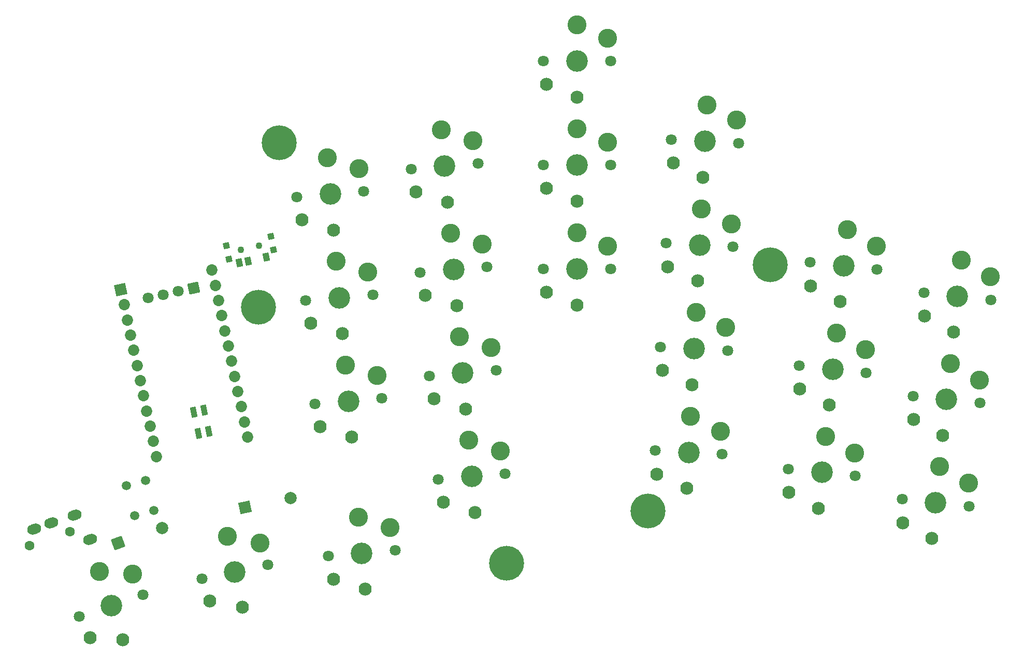
<source format=gbr>
%TF.GenerationSoftware,KiCad,Pcbnew,(6.0.7-1)-1*%
%TF.CreationDate,2022-09-15T11:19:35-04:00*%
%TF.ProjectId,skyline_pcb_right,736b796c-696e-4655-9f70-63625f726967,v1.0.0*%
%TF.SameCoordinates,Original*%
%TF.FileFunction,Soldermask,Top*%
%TF.FilePolarity,Negative*%
%FSLAX46Y46*%
G04 Gerber Fmt 4.6, Leading zero omitted, Abs format (unit mm)*
G04 Created by KiCad (PCBNEW (6.0.7-1)-1) date 2022-09-15 11:19:35*
%MOMM*%
%LPD*%
G01*
G04 APERTURE LIST*
G04 Aperture macros list*
%AMRoundRect*
0 Rectangle with rounded corners*
0 $1 Rounding radius*
0 $2 $3 $4 $5 $6 $7 $8 $9 X,Y pos of 4 corners*
0 Add a 4 corners polygon primitive as box body*
4,1,4,$2,$3,$4,$5,$6,$7,$8,$9,$2,$3,0*
0 Add four circle primitives for the rounded corners*
1,1,$1+$1,$2,$3*
1,1,$1+$1,$4,$5*
1,1,$1+$1,$6,$7*
1,1,$1+$1,$8,$9*
0 Add four rect primitives between the rounded corners*
20,1,$1+$1,$2,$3,$4,$5,0*
20,1,$1+$1,$4,$5,$6,$7,0*
20,1,$1+$1,$6,$7,$8,$9,0*
20,1,$1+$1,$8,$9,$2,$3,0*%
%AMHorizOval*
0 Thick line with rounded ends*
0 $1 width*
0 $2 $3 position (X,Y) of the first rounded end (center of the circle)*
0 $4 $5 position (X,Y) of the second rounded end (center of the circle)*
0 Add line between two ends*
20,1,$1,$2,$3,$4,$5,0*
0 Add two circle primitives to create the rounded ends*
1,1,$1,$2,$3*
1,1,$1,$4,$5*%
G04 Aperture macros list end*
%ADD10C,3.100000*%
%ADD11C,3.529000*%
%ADD12C,1.801800*%
%ADD13C,1.497000*%
%ADD14C,2.132000*%
%ADD15RoundRect,0.050000X-1.008150X0.654701X-0.654701X-1.008150X1.008150X-0.654701X0.654701X1.008150X0*%
%ADD16HorizOval,1.800000X0.000000X0.000000X0.000000X0.000000X0*%
%ADD17C,2.005000*%
%ADD18RoundRect,0.050000X-0.684740X-1.054407X1.054407X-0.684740X0.684740X1.054407X-1.054407X0.684740X0*%
%ADD19RoundRect,0.050000X-0.551136X-1.129996X1.129996X-0.551136X0.551136X1.129996X-1.129996X0.551136X0*%
%ADD20RoundRect,0.050000X0.582042X-0.694156X0.249383X0.870881X-0.582042X0.694156X-0.249383X-0.870881X0*%
%ADD21RoundRect,0.050000X-0.346606X-0.533727X0.533727X-0.346606X0.346606X0.533727X-0.533727X0.346606X0*%
%ADD22C,1.100000*%
%ADD23RoundRect,0.050000X-0.310222X-0.704903X0.570111X-0.517782X0.310222X0.704903X-0.570111X0.517782X0*%
%ADD24C,1.600000*%
%ADD25HorizOval,1.700000X0.283656X0.097670X-0.283656X-0.097670X0*%
%ADD26RoundRect,0.050000X-1.039344X0.674958X-0.674958X-1.039344X1.039344X-0.674958X0.674958X1.039344X0*%
%ADD27C,1.852600*%
%ADD28C,3.700000*%
%ADD29C,5.700000*%
G04 APERTURE END LIST*
D10*
%TO.C,S43*%
X171933284Y-167463093D03*
D11*
X173170359Y-173283071D03*
D12*
X167790547Y-174426585D03*
D10*
X177281428Y-168575459D03*
D12*
X178550171Y-172139557D03*
%TD*%
D10*
%TO.C,S45*%
X151018418Y-173199945D03*
D11*
X152955549Y-178825781D03*
D12*
X147755197Y-180616406D03*
D10*
X156462261Y-173652246D03*
D12*
X158155901Y-177035156D03*
%TD*%
D10*
%TO.C,S19*%
X250327525Y-96878556D03*
X255205534Y-99337221D03*
D12*
X244523664Y-102532554D03*
D11*
X250016126Y-102820402D03*
D12*
X255508588Y-103108250D03*
%TD*%
%TO.C,S1*%
X282239887Y-161415908D03*
D10*
X293074348Y-158784000D03*
X288331701Y-156073410D03*
D12*
X293179627Y-162565722D03*
D11*
X287709757Y-161990815D03*
%TD*%
D10*
%TO.C,S11*%
X278045985Y-120000649D03*
D12*
X267211524Y-122632557D03*
D10*
X273303338Y-117290059D03*
D11*
X272681394Y-123207464D03*
D12*
X278151264Y-123782371D03*
%TD*%
%TO.C,S37*%
X195728506Y-127925706D03*
X184770364Y-128884420D03*
D10*
X189730858Y-122477705D03*
D11*
X190249435Y-128405063D03*
D10*
X194903574Y-124233554D03*
%TD*%
D12*
%TO.C,S23*%
X223582503Y-106703441D03*
D10*
X234082503Y-102953441D03*
D11*
X229082503Y-106703441D03*
D10*
X229082503Y-100753441D03*
D12*
X234582503Y-106703441D03*
%TD*%
D13*
%TO.C,\u002A\u002A*%
X158539441Y-158366741D03*
X159897011Y-163261983D03*
%TD*%
D12*
%TO.C,S10*%
X265434540Y-139539429D03*
X276374280Y-140689243D03*
D11*
X270904410Y-140114336D03*
D14*
X265534592Y-143370877D03*
X270287692Y-145982015D03*
%TD*%
D12*
%TO.C,S12*%
X267211524Y-122632557D03*
X278151264Y-123782371D03*
D11*
X272681394Y-123207464D03*
D14*
X267311576Y-126464005D03*
X272064676Y-129075143D03*
%TD*%
D15*
%TO.C,REF\u002A\u002A*%
X166401488Y-126858430D03*
D16*
X163916993Y-127386526D03*
X161432498Y-127914621D03*
X158948003Y-128442717D03*
%TD*%
D12*
%TO.C,S2*%
X293179627Y-162565722D03*
D11*
X287709757Y-161990815D03*
D12*
X282239887Y-161415908D03*
D14*
X282339939Y-165247356D03*
X287093039Y-167858494D03*
%TD*%
D17*
%TO.C,D16*%
X182268652Y-161172400D03*
D18*
X174815168Y-162756688D03*
%TD*%
D12*
%TO.C,S5*%
X285793855Y-127602164D03*
D11*
X291263725Y-128177071D03*
D10*
X296628316Y-124970256D03*
D12*
X296733595Y-128751978D03*
D10*
X291885669Y-122259666D03*
%TD*%
D12*
%TO.C,S35*%
X197210154Y-144861016D03*
D10*
X196385222Y-141168864D03*
D11*
X191731083Y-145340373D03*
D12*
X186252012Y-145819730D03*
D10*
X191212506Y-139413015D03*
%TD*%
D12*
%TO.C,S22*%
X234582503Y-123703441D03*
D11*
X229082503Y-123703441D03*
D12*
X223582503Y-123703441D03*
D14*
X224082503Y-127503441D03*
X229082503Y-129603441D03*
%TD*%
D12*
%TO.C,S24*%
X223582503Y-106703441D03*
X234582503Y-106703441D03*
D11*
X229082503Y-106703441D03*
D14*
X224082503Y-110503441D03*
X229082503Y-112603441D03*
%TD*%
D12*
%TO.C,S25*%
X223582503Y-89703441D03*
D11*
X229082503Y-89703441D03*
D12*
X234582503Y-89703441D03*
D10*
X234082503Y-85953441D03*
X229082503Y-83753441D03*
%TD*%
D11*
%TO.C,S44*%
X173170359Y-173283071D03*
D12*
X167790547Y-174426585D03*
X178550171Y-172139557D03*
D14*
X169069685Y-178039590D03*
X174397038Y-179054142D03*
%TD*%
D12*
%TO.C,S26*%
X234582503Y-89703441D03*
X223582503Y-89703441D03*
D11*
X229082503Y-89703441D03*
D14*
X224082503Y-93503441D03*
X229082503Y-95603441D03*
%TD*%
D12*
%TO.C,S39*%
X183288716Y-111949110D03*
D11*
X188767787Y-111469753D03*
D10*
X193421926Y-107298244D03*
D12*
X194246858Y-110990396D03*
D10*
X188249210Y-105542395D03*
%TD*%
D12*
%TO.C,S21*%
X234582503Y-123703441D03*
D10*
X229082503Y-117753441D03*
D11*
X229082503Y-123703441D03*
D12*
X223582503Y-123703441D03*
D10*
X234082503Y-119953441D03*
%TD*%
D12*
%TO.C,S18*%
X254618877Y-120084952D03*
D11*
X249126415Y-119797104D03*
D12*
X243633953Y-119509256D03*
D14*
X243934391Y-123330216D03*
X248817633Y-125689018D03*
%TD*%
D11*
%TO.C,S8*%
X269127426Y-157021208D03*
D12*
X263657556Y-156446301D03*
X274597296Y-157596115D03*
D14*
X263757608Y-160277749D03*
X268510708Y-162888887D03*
%TD*%
D12*
%TO.C,S14*%
X241854530Y-153462661D03*
D11*
X247346992Y-153750509D03*
D12*
X252839454Y-154038357D03*
D14*
X242154968Y-157283621D03*
X247038210Y-159642423D03*
%TD*%
D10*
%TO.C,S17*%
X249437814Y-113855258D03*
D12*
X254618877Y-120084952D03*
D11*
X249126415Y-119797104D03*
D12*
X243633953Y-119509256D03*
D10*
X254315823Y-116313923D03*
%TD*%
D11*
%TO.C,S34*%
X207438377Y-106875020D03*
D12*
X212917448Y-106395663D03*
X201959306Y-107354377D03*
D14*
X202788595Y-111096339D03*
X207952596Y-112752569D03*
%TD*%
D11*
%TO.C,S31*%
X208920025Y-123810330D03*
D10*
X208401448Y-117882972D03*
D12*
X203440954Y-124289687D03*
D10*
X213574164Y-119638821D03*
D12*
X214399096Y-123330973D03*
%TD*%
D11*
%TO.C,S32*%
X208920025Y-123810330D03*
D12*
X214399096Y-123330973D03*
X203440954Y-124289687D03*
D14*
X204270243Y-128031649D03*
X209434244Y-129687879D03*
%TD*%
D12*
%TO.C,S30*%
X204922601Y-141224997D03*
D11*
X210401672Y-140745640D03*
D12*
X215880743Y-140266283D03*
D14*
X205751890Y-144966959D03*
X210915891Y-146623189D03*
%TD*%
D10*
%TO.C,S27*%
X216537459Y-153509441D03*
D12*
X217362391Y-157201593D03*
D10*
X211364743Y-151753592D03*
D11*
X211883320Y-157680950D03*
D12*
X206404249Y-158160307D03*
%TD*%
D17*
%TO.C,D17*%
X161278199Y-166095994D03*
D19*
X154073347Y-168576824D03*
%TD*%
D20*
%TO.C,REF\u002A\u002A*%
X168175957Y-146833094D03*
X167191889Y-150620456D03*
X168903648Y-150256611D03*
X166464198Y-147196939D03*
%TD*%
D10*
%TO.C,S3*%
X290108685Y-139166538D03*
X294851332Y-141877128D03*
D12*
X284016871Y-144509036D03*
X294956611Y-145658850D03*
D11*
X289486741Y-145083943D03*
%TD*%
D12*
%TO.C,S28*%
X206404249Y-158160307D03*
D11*
X211883320Y-157680950D03*
D12*
X217362391Y-157201593D03*
D14*
X207233538Y-161902269D03*
X212397539Y-163558499D03*
%TD*%
D12*
%TO.C,S36*%
X197210154Y-144861016D03*
X186252012Y-145819730D03*
D11*
X191731083Y-145340373D03*
D14*
X187081301Y-149561692D03*
X192245302Y-151217922D03*
%TD*%
D21*
%TO.C,T1*%
X171776070Y-119924057D03*
D22*
X177091140Y-119918878D03*
D21*
X179471768Y-120537435D03*
D22*
X174156698Y-120542614D03*
D21*
X172233476Y-122075982D03*
X179014362Y-118385510D03*
D23*
X178256168Y-121792601D03*
X175321725Y-122416336D03*
X173854504Y-122728204D03*
%TD*%
D12*
%TO.C,S41*%
X188430905Y-170724598D03*
D10*
X193391399Y-164317883D03*
X198564115Y-166073732D03*
D12*
X199389047Y-169765884D03*
D11*
X193909976Y-170245241D03*
%TD*%
%TO.C,S40*%
X188767787Y-111469753D03*
D12*
X183288716Y-111949110D03*
X194246858Y-110990396D03*
D14*
X184118005Y-115691072D03*
X189282006Y-117347302D03*
%TD*%
D24*
%TO.C,REF\u002A\u002A*%
X139561300Y-168987585D03*
X146179931Y-166708608D03*
D25*
X149481637Y-168004266D03*
X146943953Y-164013006D03*
X143161879Y-165315278D03*
X140325323Y-166291983D03*
%TD*%
D12*
%TO.C,S38*%
X184770364Y-128884420D03*
D11*
X190249435Y-128405063D03*
D12*
X195728506Y-127925706D03*
D14*
X185599653Y-132626382D03*
X190763654Y-134282612D03*
%TD*%
D26*
%TO.C,MCU1*%
X154536500Y-127077567D03*
D27*
X155064596Y-129562062D03*
X155592691Y-132046557D03*
X156120787Y-134531052D03*
X156648883Y-137015547D03*
X157176978Y-139500042D03*
X157705074Y-141984537D03*
X158233170Y-144469031D03*
X158761266Y-146953526D03*
X159289361Y-149438021D03*
X159817457Y-151922516D03*
X160345553Y-154407011D03*
X169443469Y-123908993D03*
X169971565Y-126393488D03*
X170499661Y-128877983D03*
X171027756Y-131362478D03*
X171555852Y-133846973D03*
X172083948Y-136331467D03*
X172612044Y-138815962D03*
X173140139Y-141300457D03*
X173668235Y-143784952D03*
X174196331Y-146269447D03*
X174724426Y-148753942D03*
X175252522Y-151238437D03*
%TD*%
D12*
%TO.C,S46*%
X158155901Y-177035156D03*
X147755197Y-180616406D03*
D11*
X152955549Y-178825781D03*
D14*
X149465115Y-184046592D03*
X154876401Y-184404341D03*
%TD*%
D12*
%TO.C,S29*%
X215880743Y-140266283D03*
D11*
X210401672Y-140745640D03*
D10*
X215055811Y-136574131D03*
D12*
X204922601Y-141224997D03*
D10*
X209883095Y-134818282D03*
%TD*%
D12*
%TO.C,S42*%
X199389047Y-169765884D03*
X188430905Y-170724598D03*
D11*
X193909976Y-170245241D03*
D14*
X189260194Y-174466560D03*
X194424195Y-176122790D03*
%TD*%
D11*
%TO.C,S15*%
X248236703Y-136773806D03*
D12*
X253729165Y-137061654D03*
X242744241Y-136485958D03*
D10*
X248548102Y-130831960D03*
X253426111Y-133290625D03*
%TD*%
D11*
%TO.C,S33*%
X207438377Y-106875020D03*
D12*
X212917448Y-106395663D03*
D10*
X212092516Y-102703511D03*
D12*
X201959306Y-107354377D03*
D10*
X206919800Y-100947662D03*
%TD*%
D12*
%TO.C,S6*%
X296733595Y-128751978D03*
D11*
X291263725Y-128177071D03*
D12*
X285793855Y-127602164D03*
D14*
X285893907Y-131433612D03*
X290647007Y-134044750D03*
%TD*%
D28*
%TO.C,REF\u002A\u002A*%
X180407787Y-103019753D03*
D29*
X180407787Y-103019753D03*
%TD*%
D13*
%TO.C,\u002A\u002A*%
X155467798Y-159198644D03*
X156825368Y-164093886D03*
%TD*%
D12*
%TO.C,S4*%
X284016871Y-144509036D03*
X294956611Y-145658850D03*
D11*
X289486741Y-145083943D03*
D14*
X284116923Y-148340484D03*
X288870023Y-150951622D03*
%TD*%
D12*
%TO.C,S20*%
X244523664Y-102532554D03*
X255508588Y-103108250D03*
D11*
X250016126Y-102820402D03*
D14*
X244824102Y-106353514D03*
X249707344Y-108712316D03*
%TD*%
D10*
%TO.C,S7*%
X274492017Y-153814393D03*
D12*
X263657556Y-156446301D03*
X274597296Y-157596115D03*
D11*
X269127426Y-157021208D03*
D10*
X269749370Y-151103803D03*
%TD*%
D11*
%TO.C,S13*%
X247346992Y-153750509D03*
D10*
X252536400Y-150267328D03*
D12*
X241854530Y-153462661D03*
X252839454Y-154038357D03*
D10*
X247658391Y-147808663D03*
%TD*%
D12*
%TO.C,S9*%
X276374280Y-140689243D03*
D11*
X270904410Y-140114336D03*
D10*
X271526354Y-134196931D03*
X276269001Y-136907521D03*
D12*
X265434540Y-139539429D03*
%TD*%
%TO.C,S16*%
X242744241Y-136485958D03*
D11*
X248236703Y-136773806D03*
D12*
X253729165Y-137061654D03*
D14*
X243044679Y-140306918D03*
X247927921Y-142665720D03*
%TD*%
D29*
%TO.C,REF\u002A\u002A*%
X240682503Y-163303441D03*
D28*
X240682503Y-163303441D03*
%TD*%
D29*
%TO.C,REF\u002A\u002A*%
X217582503Y-171903441D03*
D28*
X217582503Y-171903441D03*
%TD*%
%TO.C,REF\u002A\u002A*%
X260672503Y-123043441D03*
D29*
X260672503Y-123043441D03*
%TD*%
%TO.C,REF\u002A\u002A*%
X176982503Y-130003441D03*
D28*
X176982503Y-130003441D03*
%TD*%
M02*

</source>
